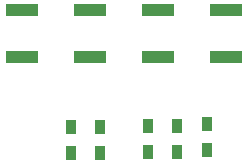
<source format=gbp>
G04 #@! TF.FileFunction,Paste,Bot*
%FSLAX46Y46*%
G04 Gerber Fmt 4.6, Leading zero omitted, Abs format (unit mm)*
G04 Created by KiCad (PCBNEW 4.0.7) date Saturday, 23 June 2018 'PMt' 19:02:52*
%MOMM*%
%LPD*%
G01*
G04 APERTURE LIST*
%ADD10C,0.100000*%
%ADD11R,0.900000X1.200000*%
%ADD12R,2.750000X1.000000*%
G04 APERTURE END LIST*
D10*
D11*
X63500000Y-55400000D03*
X63500000Y-57600000D03*
X72500000Y-55300000D03*
X72500000Y-57500000D03*
X66000000Y-57600000D03*
X66000000Y-55400000D03*
X70000000Y-55300000D03*
X70000000Y-57500000D03*
D12*
X65130000Y-49500000D03*
X59370000Y-49500000D03*
X59370000Y-45500000D03*
X65130000Y-45500000D03*
X76630000Y-49500000D03*
X70870000Y-49500000D03*
X70870000Y-45500000D03*
X76630000Y-45500000D03*
D11*
X75000000Y-57350000D03*
X75000000Y-55150000D03*
M02*

</source>
